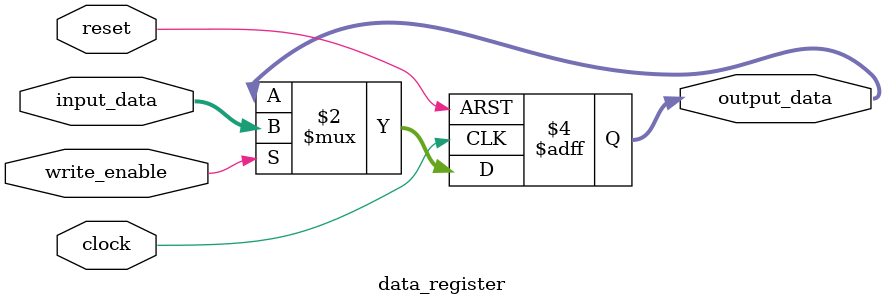
<source format=v>
`timescale 1ns / 1ps

module data_register (
    input               clock, 
    input               reset, 
    input               write_enable, 
    input [31:0]        input_data, 
    output reg [31:0]   output_data 
);

    always @(negedge clock or posedge reset)
    begin
        if (reset) 
            output_data <= 32'b0;
        else if (write_enable) 
            output_data <= input_data;
    end

endmodule

</source>
